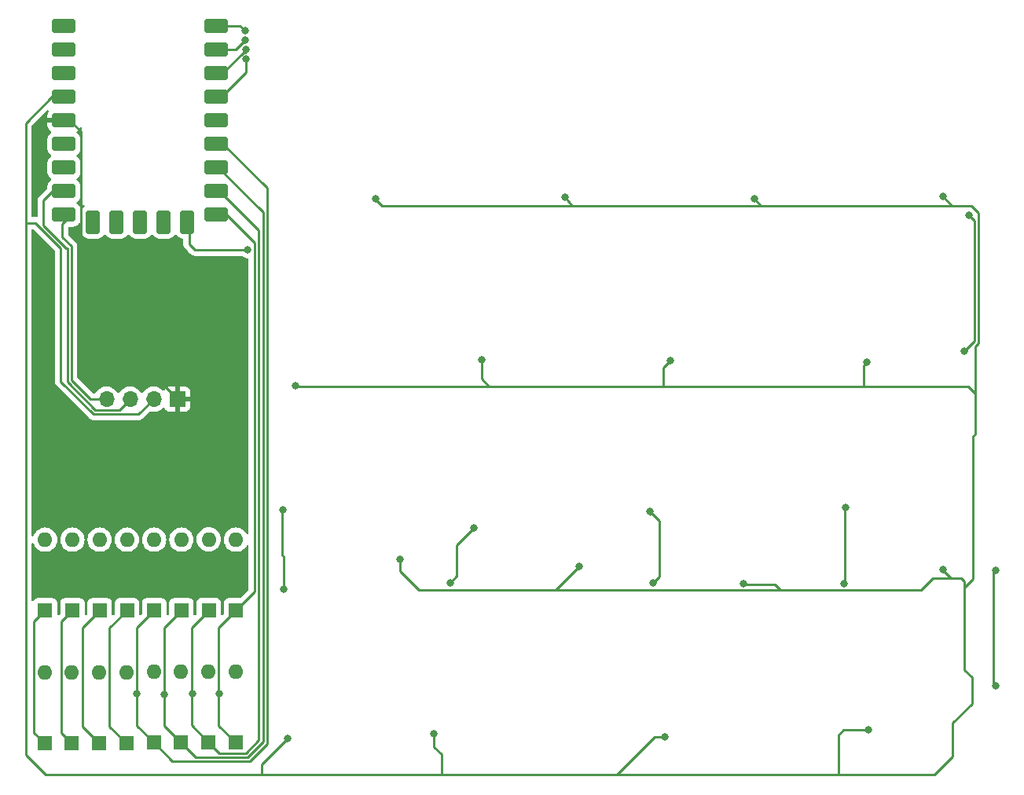
<source format=gbr>
%TF.GenerationSoftware,KiCad,Pcbnew,7.0.7*%
%TF.CreationDate,2023-09-24T17:48:37+02:00*%
%TF.ProjectId,pcb,7063622e-6b69-4636-9164-5f7063625858,rev?*%
%TF.SameCoordinates,Original*%
%TF.FileFunction,Copper,L1,Top*%
%TF.FilePolarity,Positive*%
%FSLAX46Y46*%
G04 Gerber Fmt 4.6, Leading zero omitted, Abs format (unit mm)*
G04 Created by KiCad (PCBNEW 7.0.7) date 2023-09-24 17:48:37*
%MOMM*%
%LPD*%
G01*
G04 APERTURE LIST*
G04 Aperture macros list*
%AMRoundRect*
0 Rectangle with rounded corners*
0 $1 Rounding radius*
0 $2 $3 $4 $5 $6 $7 $8 $9 X,Y pos of 4 corners*
0 Add a 4 corners polygon primitive as box body*
4,1,4,$2,$3,$4,$5,$6,$7,$8,$9,$2,$3,0*
0 Add four circle primitives for the rounded corners*
1,1,$1+$1,$2,$3*
1,1,$1+$1,$4,$5*
1,1,$1+$1,$6,$7*
1,1,$1+$1,$8,$9*
0 Add four rect primitives between the rounded corners*
20,1,$1+$1,$2,$3,$4,$5,0*
20,1,$1+$1,$4,$5,$6,$7,0*
20,1,$1+$1,$6,$7,$8,$9,0*
20,1,$1+$1,$8,$9,$2,$3,0*%
G04 Aperture macros list end*
%TA.AperFunction,ComponentPad*%
%ADD10RoundRect,0.400000X-0.900000X-0.400000X0.900000X-0.400000X0.900000X0.400000X-0.900000X0.400000X0*%
%TD*%
%TA.AperFunction,ComponentPad*%
%ADD11RoundRect,0.400050X-0.899950X-0.400050X0.899950X-0.400050X0.899950X0.400050X-0.899950X0.400050X0*%
%TD*%
%TA.AperFunction,ComponentPad*%
%ADD12RoundRect,0.400000X-0.400000X-0.900000X0.400000X-0.900000X0.400000X0.900000X-0.400000X0.900000X0*%
%TD*%
%TA.AperFunction,ComponentPad*%
%ADD13RoundRect,0.393700X-0.393700X-0.906300X0.393700X-0.906300X0.393700X0.906300X-0.393700X0.906300X0*%
%TD*%
%TA.AperFunction,ComponentPad*%
%ADD14O,1.600000X1.600000*%
%TD*%
%TA.AperFunction,ComponentPad*%
%ADD15R,1.600000X1.600000*%
%TD*%
%TA.AperFunction,ComponentPad*%
%ADD16O,1.700000X1.700000*%
%TD*%
%TA.AperFunction,ComponentPad*%
%ADD17R,1.700000X1.700000*%
%TD*%
%TA.AperFunction,ViaPad*%
%ADD18C,0.800000*%
%TD*%
%TA.AperFunction,Conductor*%
%ADD19C,0.250000*%
%TD*%
G04 APERTURE END LIST*
D10*
%TO.P,U1,1,0*%
%TO.N,/COL4*%
X82436029Y-76594177D03*
%TO.P,U1,2,1*%
%TO.N,/COL3*%
X82436029Y-79134177D03*
%TO.P,U1,3,2*%
%TO.N,/COL2*%
X82436029Y-81674177D03*
%TO.P,U1,4,3*%
%TO.N,/COL1*%
X82436029Y-84214177D03*
%TO.P,U1,5,4*%
%TO.N,unconnected-(U1-4-Pad5)*%
X82436029Y-86754177D03*
D11*
%TO.P,U1,6,5*%
%TO.N,/ROW1*%
X82436029Y-89294177D03*
%TO.P,U1,7,6*%
%TO.N,/ROW2*%
X82436029Y-91834177D03*
%TO.P,U1,8,7*%
%TO.N,/ROW3*%
X82436029Y-94374177D03*
%TO.P,U1,9,8*%
%TO.N,/ROW4*%
X82436029Y-96914177D03*
D12*
%TO.P,U1,10,9*%
%TO.N,/KEY_LEDS*%
X79296029Y-97724177D03*
D13*
%TO.P,U1,11,10*%
%TO.N,unconnected-(U1-10-Pad11)*%
X76756029Y-97724177D03*
%TO.P,U1,12,11*%
%TO.N,unconnected-(U1-11-Pad12)*%
X74216029Y-97724177D03*
%TO.P,U1,13,12*%
%TO.N,unconnected-(U1-12-Pad13)*%
X71676029Y-97724177D03*
%TO.P,U1,14,13*%
%TO.N,unconnected-(U1-13-Pad14)*%
X69136029Y-97724177D03*
D11*
%TO.P,U1,15,14*%
%TO.N,/SDA_OLED*%
X65996029Y-96914177D03*
%TO.P,U1,16,15*%
%TO.N,/SCL_OLED*%
X65996029Y-94374177D03*
%TO.P,U1,17,26*%
%TO.N,unconnected-(U1-26-Pad17)*%
X65996029Y-91834177D03*
%TO.P,U1,18,27*%
%TO.N,unconnected-(U1-27-Pad18)*%
X65996029Y-89294177D03*
%TO.P,U1,19,28*%
%TO.N,unconnected-(U1-28-Pad19)*%
X65996029Y-76594177D03*
%TO.P,U1,20,29*%
%TO.N,unconnected-(U1-29-Pad20)*%
X65996029Y-79134177D03*
%TO.P,U1,21,3V3*%
%TO.N,unconnected-(U1-3V3-Pad21)*%
X65996029Y-81674177D03*
%TO.P,U1,22,GND*%
%TO.N,GND*%
X65996029Y-86754177D03*
%TO.P,U1,23,5V*%
%TO.N,VCC*%
X65996029Y-84214177D03*
%TD*%
D14*
%TO.P,D2,2,A*%
%TO.N,Net-(D2-A)*%
X66913698Y-131953000D03*
D15*
%TO.P,D2,1,K*%
%TO.N,/ROW2*%
X66913698Y-139573000D03*
%TD*%
%TO.P,D7,1,K*%
%TO.N,/ROW3*%
X81601901Y-139540884D03*
D14*
%TO.P,D7,2,A*%
%TO.N,Net-(D7-A)*%
X81601901Y-131920884D03*
%TD*%
%TO.P,D1,2,A*%
%TO.N,Net-(D1-A)*%
X63977148Y-131953000D03*
D15*
%TO.P,D1,1,K*%
%TO.N,/ROW1*%
X63977148Y-139573000D03*
%TD*%
%TO.P,D9,1,K*%
%TO.N,/ROW1*%
X63912456Y-153890711D03*
D14*
%TO.P,D9,2,A*%
%TO.N,Net-(D9-A)*%
X63912456Y-146270711D03*
%TD*%
%TO.P,D16,2,A*%
%TO.N,Net-(D16-A)*%
X84480087Y-146206919D03*
D15*
%TO.P,D16,1,K*%
%TO.N,/ROW4*%
X84480087Y-153826919D03*
%TD*%
%TO.P,D13,1,K*%
%TO.N,/ROW1*%
X75670435Y-153826919D03*
D14*
%TO.P,D13,2,A*%
%TO.N,Net-(D13-A)*%
X75670435Y-146206919D03*
%TD*%
D15*
%TO.P,D5,1,K*%
%TO.N,/ROW1*%
X75723348Y-139573000D03*
D14*
%TO.P,D5,2,A*%
%TO.N,Net-(D5-A)*%
X75723348Y-131953000D03*
%TD*%
D15*
%TO.P,D15,1,K*%
%TO.N,/ROW3*%
X81548988Y-153794803D03*
D14*
%TO.P,D15,2,A*%
%TO.N,Net-(D15-A)*%
X81548988Y-146174803D03*
%TD*%
D15*
%TO.P,D3,1,K*%
%TO.N,/ROW3*%
X69850248Y-139573000D03*
D14*
%TO.P,D3,2,A*%
%TO.N,Net-(D3-A)*%
X69850248Y-131953000D03*
%TD*%
D16*
%TO.P,J1,4,SDA*%
%TO.N,/SDA_OLED*%
X70587982Y-116807570D03*
%TO.P,J1,3,SCL*%
%TO.N,/SCL_OLED*%
X73127982Y-116807570D03*
%TO.P,J1,2,VCC*%
%TO.N,VCC*%
X75667982Y-116807570D03*
D17*
%TO.P,J1,1,GND*%
%TO.N,GND*%
X78207982Y-116807570D03*
%TD*%
D15*
%TO.P,D11,1,K*%
%TO.N,/ROW3*%
X69785556Y-153890711D03*
D14*
%TO.P,D11,2,A*%
%TO.N,Net-(D11-A)*%
X69785556Y-146270711D03*
%TD*%
D15*
%TO.P,D6,1,K*%
%TO.N,/ROW2*%
X78659898Y-139573000D03*
D14*
%TO.P,D6,2,A*%
%TO.N,Net-(D6-A)*%
X78659898Y-131953000D03*
%TD*%
D15*
%TO.P,D10,1,K*%
%TO.N,/ROW2*%
X66849006Y-153890711D03*
D14*
%TO.P,D10,2,A*%
%TO.N,Net-(D10-A)*%
X66849006Y-146270711D03*
%TD*%
D15*
%TO.P,D14,1,K*%
%TO.N,/ROW2*%
X78606985Y-153826919D03*
D14*
%TO.P,D14,2,A*%
%TO.N,Net-(D14-A)*%
X78606985Y-146206919D03*
%TD*%
D15*
%TO.P,D4,1,K*%
%TO.N,/ROW4*%
X72786798Y-139573000D03*
D14*
%TO.P,D4,2,A*%
%TO.N,Net-(D4-A)*%
X72786798Y-131953000D03*
%TD*%
D15*
%TO.P,D12,1,K*%
%TO.N,/ROW4*%
X72725064Y-153890200D03*
D14*
%TO.P,D12,2,A*%
%TO.N,Net-(D12-A)*%
X72725064Y-146270200D03*
%TD*%
D15*
%TO.P,D8,1,K*%
%TO.N,/ROW4*%
X84533000Y-139573000D03*
D14*
%TO.P,D8,2,A*%
%TO.N,Net-(D8-A)*%
X84533000Y-131953000D03*
%TD*%
D18*
%TO.N,VCC*%
X152495700Y-112794566D03*
%TO.N,/ROW4*%
X82742294Y-148548432D03*
%TO.N,/ROW3*%
X79824172Y-148526325D03*
%TO.N,/ROW2*%
X76839730Y-148614753D03*
%TO.N,/ROW1*%
X73877395Y-148548432D03*
%TO.N,Net-(D12-A)*%
X150225453Y-128477507D03*
%TO.N,Net-(D11-A)*%
X129120585Y-128927744D03*
%TO.N,Net-(D10-A)*%
X110199373Y-130724766D03*
%TO.N,Net-(D9-A)*%
X89555993Y-128702626D03*
%TO.N,Net-(D12-A)*%
X150075943Y-136677401D03*
%TO.N,Net-(D11-A)*%
X129456520Y-136643399D03*
%TO.N,Net-(D10-A)*%
X107584635Y-136643399D03*
%TO.N,Net-(D9-A)*%
X89669760Y-137254155D03*
%TO.N,VCC*%
X160727883Y-94989410D03*
X140399004Y-95208972D03*
X119992631Y-95079818D03*
X99573344Y-95234803D03*
X131326986Y-112631206D03*
X110998106Y-112579544D03*
X90957672Y-115337707D03*
X160731480Y-135205492D03*
X139166486Y-136739443D03*
X121497591Y-134854888D03*
X102222398Y-134101725D03*
X90122044Y-153370336D03*
X105871049Y-152836988D03*
X130762677Y-153246403D03*
X152656113Y-152475135D03*
%TO.N,Net-(LED12-DOUT)*%
X166401500Y-147745875D03*
X166401500Y-135271769D03*
%TO.N,Net-(LED4-DOUT)*%
X162987009Y-111661488D03*
X163488557Y-96978494D03*
%TO.N,/KEY_LEDS*%
X85813478Y-100722528D03*
%TO.N,/COL1*%
X85617102Y-80179957D03*
%TO.N,/COL2*%
X85571602Y-79102386D03*
%TO.N,/COL3*%
X85541338Y-78103342D03*
%TO.N,/COL4*%
X85498899Y-77104741D03*
%TD*%
D19*
%TO.N,/SDA_OLED*%
X66802000Y-100334747D02*
X65820097Y-99352844D01*
X66802000Y-114772892D02*
X66802000Y-100334747D01*
X68836678Y-116807570D02*
X66802000Y-114772892D01*
X65820097Y-97882903D02*
X66802000Y-96901000D01*
X70587982Y-116807570D02*
X68836678Y-116807570D01*
X65820097Y-99352844D02*
X65820097Y-97882903D01*
%TO.N,GND*%
X67809235Y-95930198D02*
X67810424Y-87968572D01*
X67810424Y-87968572D02*
X66596029Y-86754177D01*
X67809235Y-106408823D02*
X67809235Y-95930198D01*
X78207982Y-116807570D02*
X67809235Y-106408823D01*
%TO.N,/ROW1*%
X77695203Y-155851687D02*
X75670435Y-153826919D01*
X86019823Y-155851687D02*
X77695203Y-155851687D01*
X87888478Y-94038655D02*
X87888478Y-153983032D01*
X83106084Y-89256261D02*
X87888478Y-94038655D01*
X87888478Y-153983032D02*
X86019823Y-155851687D01*
X81983495Y-89256261D02*
X83106084Y-89256261D01*
%TO.N,/ROW4*%
X86538478Y-137567522D02*
X84533000Y-139573000D01*
X86538478Y-99932433D02*
X86538478Y-137567522D01*
X83482306Y-96876261D02*
X86538478Y-99932433D01*
X81983495Y-96876261D02*
X83482306Y-96876261D01*
%TO.N,/ROW2*%
X87438478Y-153754924D02*
X85791715Y-155401687D01*
X80181753Y-155401687D02*
X78606985Y-153826919D01*
X82584395Y-91796261D02*
X87438478Y-96650344D01*
X81983495Y-91796261D02*
X82584395Y-91796261D01*
X87438478Y-96650344D02*
X87438478Y-153754924D01*
X85791715Y-155401687D02*
X80181753Y-155401687D01*
%TO.N,/ROW3*%
X82705872Y-154951687D02*
X81548988Y-153794803D01*
X85605319Y-154951687D02*
X82705872Y-154951687D01*
X86988478Y-153568528D02*
X85605319Y-154951687D01*
X86988478Y-98574261D02*
X86988478Y-153568528D01*
X82750478Y-94336261D02*
X86988478Y-98574261D01*
X81983495Y-94336261D02*
X82750478Y-94336261D01*
%TO.N,VCC*%
X163406876Y-115414483D02*
X111811778Y-115414483D01*
X164167937Y-116175544D02*
X163406876Y-115414483D01*
X164167937Y-116780550D02*
X164167937Y-116175544D01*
%TO.N,Net-(D10-A)*%
X108344016Y-135884018D02*
X107584635Y-136643399D01*
X110199373Y-130724766D02*
X108344016Y-132580123D01*
X108344016Y-132580123D02*
X108344016Y-135884018D01*
%TO.N,VCC*%
X99573344Y-95312295D02*
X99573344Y-95234803D01*
X122072015Y-95980670D02*
X100241719Y-95980670D01*
X100241719Y-95980670D02*
X99573344Y-95312295D01*
X105871049Y-154318263D02*
X106666704Y-155113918D01*
X106666704Y-155113918D02*
X106666704Y-157308228D01*
X105871049Y-152836988D02*
X105871049Y-154318263D01*
X129597966Y-153246403D02*
X125536141Y-157308228D01*
X130762677Y-153246403D02*
X129597966Y-153246403D01*
X149985121Y-152472633D02*
X149453087Y-153004667D01*
X149453087Y-153004667D02*
X149453087Y-157308228D01*
X152656113Y-152475135D02*
X152653611Y-152472633D01*
X152653611Y-152472633D02*
X149985121Y-152472633D01*
X121497591Y-134854888D02*
X118984580Y-137367899D01*
X118984580Y-137367899D02*
X118433689Y-137367899D01*
X102222398Y-134101725D02*
X102222398Y-135370801D01*
X102222398Y-135370801D02*
X104219496Y-137367899D01*
X104219496Y-137367899D02*
X141398912Y-137367899D01*
%TO.N,Net-(D9-A)*%
X89525509Y-128733110D02*
X89555993Y-128702626D01*
X89525509Y-133615944D02*
X89525509Y-128733110D01*
X89669760Y-133760195D02*
X89525509Y-133615944D01*
X89669760Y-137254155D02*
X89669760Y-133760195D01*
%TO.N,Net-(D11-A)*%
X130141256Y-129948415D02*
X129120585Y-128927744D01*
X129456520Y-136643399D02*
X130141256Y-135958663D01*
X130141256Y-135958663D02*
X130141256Y-129948415D01*
%TO.N,VCC*%
X143753277Y-137401901D02*
X141432914Y-137401901D01*
X141965045Y-137367899D02*
X141398912Y-137367899D01*
X141432914Y-137401901D02*
X141398912Y-137367899D01*
X143753277Y-137401901D02*
X158347971Y-137401901D01*
X143218163Y-137401901D02*
X143753277Y-137401901D01*
X158347971Y-137401901D02*
X159635091Y-136114781D01*
X159635091Y-136114781D02*
X162642963Y-136114781D01*
X142565085Y-136748823D02*
X143218163Y-137401901D01*
X139175866Y-136748823D02*
X142565085Y-136748823D01*
X139166486Y-136739443D02*
X139175866Y-136748823D01*
X139166486Y-136739443D02*
X139166486Y-136738661D01*
%TO.N,Net-(D12-A)*%
X150075943Y-136677401D02*
X150131654Y-136621690D01*
X150131654Y-128547857D02*
X150202004Y-128477507D01*
X150131654Y-136621690D02*
X150131654Y-128547857D01*
%TO.N,VCC*%
X162988702Y-145980935D02*
X162988702Y-137610175D01*
X163810000Y-146802233D02*
X162988702Y-145980935D01*
X161738106Y-155363464D02*
X161738106Y-151707261D01*
X161738106Y-151707261D02*
X163810000Y-149635367D01*
X163810000Y-149635367D02*
X163810000Y-146802233D01*
X150477366Y-157308228D02*
X159793342Y-157308228D01*
X159793342Y-157308228D02*
X161738106Y-155363464D01*
X163795084Y-95980670D02*
X161903187Y-95980670D01*
X164167937Y-111136329D02*
X164541277Y-110762989D01*
X164541277Y-110762989D02*
X164541277Y-96726863D01*
X164167937Y-120592200D02*
X164167937Y-111136329D01*
X162988702Y-137141179D02*
X163945456Y-136184425D01*
X162988702Y-137610175D02*
X162988702Y-137141179D01*
X163945456Y-136184425D02*
X163945456Y-120814681D01*
X164541277Y-96726863D02*
X163795084Y-95980670D01*
X163945456Y-120814681D02*
X164167937Y-120592200D01*
X162988702Y-137610175D02*
X162988702Y-136460520D01*
X162988702Y-136460520D02*
X162642963Y-136114781D01*
%TO.N,Net-(LED12-DOUT)*%
X166127000Y-135546269D02*
X166401500Y-135271769D01*
X166401500Y-147745875D02*
X166127000Y-147471375D01*
X166127000Y-147471375D02*
X166127000Y-135546269D01*
%TO.N,VCC*%
X64722709Y-84214177D02*
X66596029Y-84214177D01*
X61880632Y-87056254D02*
X64722709Y-84214177D01*
X61880632Y-87056254D02*
X61880632Y-97792850D01*
X61880632Y-97792850D02*
X61864581Y-97808901D01*
%TO.N,/COL1*%
X82964755Y-84214177D02*
X82055177Y-84214177D01*
X82055177Y-84214177D02*
X82042000Y-84201000D01*
X85617102Y-81561830D02*
X82964755Y-84214177D01*
X85617102Y-80179957D02*
X85617102Y-81561830D01*
%TO.N,/COL2*%
X83110754Y-81661000D02*
X82042000Y-81661000D01*
X85571602Y-79385308D02*
X85501953Y-79454957D01*
X85501953Y-79454957D02*
X85316797Y-79454957D01*
X85316797Y-79454957D02*
X83110754Y-81661000D01*
X85571602Y-79102386D02*
X85571602Y-79385308D01*
%TO.N,/COL3*%
X84510503Y-79134177D02*
X82028823Y-79134177D01*
X82028823Y-79134177D02*
X82320076Y-78842924D01*
X85541338Y-78103342D02*
X84510503Y-79134177D01*
%TO.N,/COL4*%
X84975158Y-76581000D02*
X82042000Y-76581000D01*
X85498899Y-77104741D02*
X84975158Y-76581000D01*
%TO.N,VCC*%
X152495700Y-112794566D02*
X152129706Y-113160560D01*
X152129706Y-113160560D02*
X152129706Y-115414483D01*
X152495700Y-112794566D02*
X152624658Y-112665608D01*
%TO.N,/ROW4*%
X82673988Y-148616738D02*
X82673988Y-152020820D01*
X82742294Y-148548432D02*
X82673988Y-148616738D01*
X82673988Y-148480126D02*
X82742294Y-148548432D01*
%TO.N,/ROW3*%
X79731985Y-148618512D02*
X79731985Y-151977800D01*
X79824172Y-148526325D02*
X79731985Y-148618512D01*
X79731985Y-148434138D02*
X79824172Y-148526325D01*
%TO.N,/ROW2*%
X76795435Y-148659048D02*
X76795435Y-152015369D01*
X76839730Y-148614753D02*
X76795435Y-148659048D01*
X76795435Y-148570458D02*
X76839730Y-148614753D01*
%TO.N,/ROW1*%
X73850064Y-148575763D02*
X73850064Y-152006548D01*
X73877395Y-148548432D02*
X73850064Y-148575763D01*
X73850064Y-148521101D02*
X73877395Y-148548432D01*
%TO.N,/KEY_LEDS*%
X80130117Y-100722528D02*
X79502000Y-100094411D01*
X79502000Y-100094411D02*
X79502000Y-96901000D01*
X85813478Y-100722528D02*
X80130117Y-100722528D01*
%TO.N,/ROW4*%
X82673988Y-141432012D02*
X82673988Y-148480126D01*
X84533000Y-139573000D02*
X82673988Y-141432012D01*
X82673988Y-152020820D02*
X84480087Y-153826919D01*
%TO.N,/ROW3*%
X79731985Y-151977800D02*
X81548988Y-153794803D01*
X79731985Y-141410800D02*
X79731985Y-148434138D01*
X81601901Y-139540884D02*
X79731985Y-141410800D01*
%TO.N,/ROW2*%
X76795435Y-152015369D02*
X78606985Y-153826919D01*
X76795435Y-141437463D02*
X76795435Y-148570458D01*
X78659898Y-139573000D02*
X76795435Y-141437463D01*
%TO.N,/ROW1*%
X73850064Y-152006548D02*
X75670435Y-153826919D01*
X73850064Y-141446284D02*
X73850064Y-148521101D01*
X75723348Y-139573000D02*
X73850064Y-141446284D01*
%TO.N,/ROW4*%
X70910556Y-152075692D02*
X72725064Y-153890200D01*
X70910556Y-141449242D02*
X70910556Y-152075692D01*
X72786798Y-139573000D02*
X70910556Y-141449242D01*
%TO.N,/ROW3*%
X67974006Y-152079161D02*
X69785556Y-153890711D01*
X67974006Y-141449242D02*
X67974006Y-152079161D01*
X69850248Y-139573000D02*
X67974006Y-141449242D01*
%TO.N,/ROW2*%
X65724006Y-140762692D02*
X65724006Y-152765711D01*
X66913698Y-139573000D02*
X65724006Y-140762692D01*
X65724006Y-152765711D02*
X66849006Y-153890711D01*
%TO.N,/ROW1*%
X62787456Y-152765711D02*
X63912456Y-153890711D01*
X62787456Y-140762692D02*
X62787456Y-152765711D01*
X63977148Y-139573000D02*
X62787456Y-140762692D01*
%TO.N,Net-(D12-A)*%
X150225453Y-128454058D02*
X150202004Y-128477507D01*
X150225453Y-128477507D02*
X150225453Y-128454058D01*
X150202004Y-128477507D02*
X150225453Y-128477507D01*
%TO.N,Net-(D11-A)*%
X129120585Y-128927744D02*
X129097136Y-129209143D01*
%TO.N,Net-(D9-A)*%
X89525509Y-128672142D02*
X89525509Y-128662761D01*
X89555993Y-128702626D02*
X89525509Y-128672142D01*
X89525509Y-128662761D02*
X89527854Y-128660416D01*
%TO.N,/SCL_OLED*%
X64812932Y-94361000D02*
X66802000Y-94361000D01*
X66266434Y-100521143D02*
X63796358Y-98051067D01*
X66352000Y-100521143D02*
X66266434Y-100521143D01*
X66352000Y-114959288D02*
X66352000Y-100521143D01*
X63796358Y-95377574D02*
X64812932Y-94361000D01*
X69375282Y-117982570D02*
X66352000Y-114959288D01*
X71952982Y-117982570D02*
X69375282Y-117982570D01*
X73127982Y-116807570D02*
X71952982Y-117982570D01*
X63796358Y-98051067D02*
X63796358Y-95377574D01*
%TO.N,VCC*%
X160727883Y-94989410D02*
X160663306Y-94976495D01*
X161667482Y-95980670D02*
X160727883Y-94989410D01*
X161903187Y-95980670D02*
X161667482Y-95980670D01*
X161903187Y-95980670D02*
X142581711Y-95980670D01*
X140399004Y-95208972D02*
X140373172Y-95299381D01*
X141054462Y-95980670D02*
X140399004Y-95208972D01*
X142581711Y-95980670D02*
X141054462Y-95980670D01*
X142581711Y-95980670D02*
X122072015Y-95980670D01*
X119992631Y-95079818D02*
X120005547Y-95221887D01*
X120764330Y-95980670D02*
X119992631Y-95079818D01*
X122072015Y-95980670D02*
X120764330Y-95980670D01*
X99495852Y-95234803D02*
X99508767Y-95247718D01*
X99573344Y-95234803D02*
X99495852Y-95234803D01*
%TO.N,Net-(LED4-DOUT)*%
X164091277Y-110576593D02*
X163006382Y-111661488D01*
X164091277Y-97581214D02*
X164091277Y-110576593D01*
X163488557Y-96978494D02*
X164091277Y-97581214D01*
X163006382Y-111661488D02*
X162987009Y-111661488D01*
%TO.N,VCC*%
X65669745Y-100560850D02*
X62917796Y-97808901D01*
X61864581Y-97808901D02*
X61864581Y-155160364D01*
X62917796Y-97808901D02*
X61864581Y-97808901D01*
X65669745Y-114913429D02*
X65669745Y-100560850D01*
X69188886Y-118432570D02*
X65669745Y-114913429D01*
X74042982Y-118432570D02*
X69188886Y-118432570D01*
X75667982Y-116807570D02*
X74042982Y-118432570D01*
X130581298Y-113376894D02*
X130581298Y-115414483D01*
X131326986Y-112631206D02*
X130581298Y-113376894D01*
X110998106Y-112579544D02*
X110972275Y-112605375D01*
X110972275Y-114574980D02*
X110998106Y-112579544D01*
X111811778Y-115414483D02*
X110972275Y-114574980D01*
X111811778Y-115414483D02*
X91145665Y-115414483D01*
X90992113Y-115414483D02*
X91068889Y-115414483D01*
X90957672Y-115337707D02*
X90992113Y-115414483D01*
X91145665Y-115414483D02*
X90957672Y-115337707D01*
X160666903Y-135205492D02*
X160705649Y-135244238D01*
X160731480Y-135205492D02*
X160666903Y-135205492D01*
X160731480Y-135270069D02*
X160731480Y-135205492D01*
X162642963Y-136114781D02*
X161576192Y-136114781D01*
X161576192Y-136114781D02*
X160731480Y-135270069D01*
X90122044Y-153370336D02*
X87293566Y-156198814D01*
X87293566Y-156198814D02*
X87293566Y-157308228D01*
X87293566Y-157308228D02*
X90066688Y-157308228D01*
X64012445Y-157308228D02*
X87293566Y-157308228D01*
X106666704Y-157308228D02*
X109256067Y-157308228D01*
X90066688Y-157308228D02*
X106666704Y-157308228D01*
X125536141Y-157308228D02*
X130498085Y-157308228D01*
X109256067Y-157308228D02*
X125536141Y-157308228D01*
X149453087Y-157308228D02*
X150477366Y-157308228D01*
X130498085Y-157308228D02*
X149453087Y-157308228D01*
X150477366Y-157308228D02*
X151420772Y-157308228D01*
%TO.N,Net-(LED4-DOUT)*%
X162987009Y-111680861D02*
X162987009Y-111680861D01*
X162987009Y-111661488D02*
X162987009Y-111680861D01*
%TO.N,/SCL_OLED*%
X66802000Y-94380720D02*
X66802000Y-94341280D01*
%TO.N,VCC*%
X61864581Y-155160364D02*
X64012445Y-157308228D01*
X90066688Y-157308228D02*
X90460772Y-157308228D01*
%TO.N,/SDA_OLED*%
X66802000Y-97153604D02*
X66802000Y-96881280D01*
X70637129Y-116783499D02*
X70563911Y-116783499D01*
%TO.N,unconnected-(U1-10-Pad11)*%
X76962000Y-97672305D02*
X76962000Y-96901000D01*
%TD*%
%TA.AperFunction,Conductor*%
%TO.N,GND*%
G36*
X67806551Y-97862173D02*
G01*
X67838180Y-97925735D01*
X67840129Y-97947812D01*
X67840130Y-98693628D01*
X67846327Y-98772387D01*
X67894332Y-98951546D01*
X67895413Y-98955578D01*
X67981511Y-99124556D01*
X67981513Y-99124558D01*
X67981513Y-99124559D01*
X68100862Y-99271943D01*
X68248246Y-99391292D01*
X68248247Y-99391292D01*
X68248249Y-99391294D01*
X68417228Y-99477393D01*
X68600416Y-99526478D01*
X68669497Y-99531914D01*
X68679177Y-99532677D01*
X68679179Y-99532676D01*
X68679180Y-99532677D01*
X69135018Y-99532676D01*
X69592880Y-99532676D01*
X69632259Y-99529577D01*
X69671642Y-99526478D01*
X69854830Y-99477393D01*
X70023809Y-99391294D01*
X70171195Y-99271943D01*
X70290546Y-99124557D01*
X70293762Y-99118244D01*
X70342509Y-99066630D01*
X70411424Y-99049563D01*
X70478626Y-99072463D01*
X70518296Y-99118245D01*
X70521511Y-99124555D01*
X70521513Y-99124559D01*
X70640862Y-99271943D01*
X70788246Y-99391292D01*
X70788247Y-99391292D01*
X70788249Y-99391294D01*
X70957228Y-99477393D01*
X71140416Y-99526478D01*
X71209497Y-99531914D01*
X71219177Y-99532677D01*
X71219179Y-99532676D01*
X71219180Y-99532677D01*
X71677269Y-99532676D01*
X72132880Y-99532676D01*
X72172259Y-99529577D01*
X72211642Y-99526478D01*
X72394830Y-99477393D01*
X72563809Y-99391294D01*
X72711195Y-99271943D01*
X72830546Y-99124557D01*
X72833762Y-99118244D01*
X72882509Y-99066630D01*
X72951424Y-99049563D01*
X73018626Y-99072463D01*
X73058296Y-99118245D01*
X73061511Y-99124555D01*
X73061513Y-99124559D01*
X73180862Y-99271943D01*
X73328246Y-99391292D01*
X73328247Y-99391292D01*
X73328249Y-99391294D01*
X73497228Y-99477393D01*
X73680416Y-99526478D01*
X73749497Y-99531914D01*
X73759177Y-99532677D01*
X73759179Y-99532676D01*
X73759180Y-99532677D01*
X74214058Y-99532676D01*
X74672880Y-99532676D01*
X74712259Y-99529577D01*
X74751642Y-99526478D01*
X74934830Y-99477393D01*
X75103809Y-99391294D01*
X75251195Y-99271943D01*
X75370546Y-99124557D01*
X75373759Y-99118250D01*
X75422501Y-99066634D01*
X75491415Y-99049562D01*
X75558618Y-99072458D01*
X75598292Y-99118238D01*
X75601511Y-99124556D01*
X75601513Y-99124559D01*
X75720862Y-99271943D01*
X75868246Y-99391292D01*
X75868247Y-99391292D01*
X75868249Y-99391294D01*
X76037228Y-99477393D01*
X76220416Y-99526478D01*
X76289497Y-99531914D01*
X76299177Y-99532677D01*
X76299179Y-99532676D01*
X76299180Y-99532677D01*
X76756309Y-99532676D01*
X77212880Y-99532676D01*
X77252259Y-99529577D01*
X77291642Y-99526478D01*
X77474830Y-99477393D01*
X77643809Y-99391294D01*
X77791195Y-99271943D01*
X77910546Y-99124557D01*
X77910548Y-99124551D01*
X77914140Y-99119022D01*
X77916123Y-99120310D01*
X77957433Y-99076543D01*
X78026343Y-99059455D01*
X78093552Y-99082334D01*
X78126662Y-99116721D01*
X78129902Y-99121711D01*
X78250083Y-99270122D01*
X78398491Y-99390300D01*
X78398494Y-99390302D01*
X78398499Y-99390306D01*
X78568658Y-99477006D01*
X78753125Y-99526434D01*
X78753135Y-99526434D01*
X78758813Y-99527411D01*
X78758584Y-99528738D01*
X78818726Y-99551659D01*
X78860866Y-99608797D01*
X78868500Y-99651987D01*
X78868500Y-100010557D01*
X78866751Y-100026399D01*
X78867044Y-100026427D01*
X78866298Y-100034318D01*
X78868500Y-100104368D01*
X78868500Y-100134262D01*
X78868501Y-100134283D01*
X78869378Y-100141231D01*
X78869844Y-100147143D01*
X78871326Y-100194299D01*
X78871327Y-100194304D01*
X78876977Y-100213750D01*
X78880986Y-100233108D01*
X78883525Y-100253204D01*
X78883526Y-100253210D01*
X78900893Y-100297073D01*
X78902816Y-100302690D01*
X78915982Y-100348004D01*
X78926294Y-100365442D01*
X78934988Y-100383190D01*
X78942444Y-100402020D01*
X78942450Y-100402031D01*
X78970177Y-100440194D01*
X78973437Y-100445157D01*
X78997460Y-100485776D01*
X79011779Y-100500095D01*
X79024617Y-100515125D01*
X79034156Y-100528254D01*
X79036528Y-100531518D01*
X79064794Y-100554902D01*
X79072886Y-100561596D01*
X79077267Y-100565582D01*
X79360345Y-100848660D01*
X79622870Y-101111185D01*
X79632837Y-101123625D01*
X79633064Y-101123438D01*
X79638116Y-101129545D01*
X79638117Y-101129546D01*
X79689212Y-101177527D01*
X79710348Y-101198663D01*
X79715887Y-101202959D01*
X79720399Y-101206813D01*
X79754795Y-101239113D01*
X79754799Y-101239116D01*
X79772547Y-101248873D01*
X79789074Y-101259729D01*
X79805077Y-101272142D01*
X79848376Y-101290879D01*
X79853702Y-101293488D01*
X79895052Y-101316221D01*
X79895055Y-101316222D01*
X79895057Y-101316223D01*
X79914679Y-101321261D01*
X79933380Y-101327663D01*
X79945931Y-101333095D01*
X79951969Y-101335708D01*
X79951970Y-101335708D01*
X79951972Y-101335709D01*
X79998594Y-101343092D01*
X80004379Y-101344291D01*
X80050087Y-101356028D01*
X80070341Y-101356028D01*
X80090051Y-101357579D01*
X80092258Y-101357928D01*
X80110060Y-101360748D01*
X80143987Y-101357540D01*
X80157034Y-101356308D01*
X80162967Y-101356028D01*
X85105278Y-101356028D01*
X85173399Y-101376030D01*
X85198915Y-101397718D01*
X85202225Y-101401394D01*
X85356726Y-101513646D01*
X85531190Y-101591322D01*
X85717991Y-101631028D01*
X85778978Y-101631028D01*
X85847099Y-101651030D01*
X85893592Y-101704686D01*
X85904978Y-101757028D01*
X85904978Y-131232100D01*
X85884976Y-131300221D01*
X85831320Y-131346714D01*
X85761046Y-131356818D01*
X85696466Y-131327324D01*
X85674218Y-131300380D01*
X85673679Y-131300758D01*
X85539200Y-131108703D01*
X85539195Y-131108697D01*
X85377302Y-130946804D01*
X85377296Y-130946799D01*
X85189749Y-130815477D01*
X84982246Y-130718717D01*
X84982240Y-130718715D01*
X84862385Y-130686600D01*
X84761087Y-130659457D01*
X84533000Y-130639502D01*
X84532999Y-130639502D01*
X84304913Y-130659457D01*
X84083759Y-130718715D01*
X84083753Y-130718717D01*
X83876250Y-130815477D01*
X83688703Y-130946799D01*
X83688697Y-130946804D01*
X83526804Y-131108697D01*
X83526799Y-131108703D01*
X83395477Y-131296250D01*
X83298717Y-131503753D01*
X83298715Y-131503759D01*
X83239457Y-131724913D01*
X83226913Y-131868297D01*
X83219502Y-131953000D01*
X83239457Y-132181087D01*
X83259284Y-132255081D01*
X83298715Y-132402240D01*
X83298717Y-132402246D01*
X83380501Y-132577633D01*
X83395477Y-132609749D01*
X83526802Y-132797300D01*
X83688700Y-132959198D01*
X83876251Y-133090523D01*
X84083757Y-133187284D01*
X84304913Y-133246543D01*
X84533000Y-133266498D01*
X84761087Y-133246543D01*
X84982243Y-133187284D01*
X85189749Y-133090523D01*
X85377300Y-132959198D01*
X85539198Y-132797300D01*
X85670523Y-132609749D01*
X85670522Y-132609749D01*
X85673679Y-132605242D01*
X85674899Y-132606096D01*
X85721229Y-132561912D01*
X85790941Y-132548468D01*
X85856855Y-132574848D01*
X85898043Y-132632675D01*
X85904978Y-132673899D01*
X85904978Y-137252927D01*
X85884976Y-137321048D01*
X85868073Y-137342022D01*
X84982500Y-138227595D01*
X84920188Y-138261621D01*
X84893405Y-138264500D01*
X83684350Y-138264500D01*
X83623803Y-138271009D01*
X83623795Y-138271011D01*
X83486797Y-138322110D01*
X83486792Y-138322112D01*
X83369738Y-138409738D01*
X83282112Y-138526792D01*
X83282110Y-138526797D01*
X83231011Y-138663795D01*
X83231009Y-138663803D01*
X83224500Y-138724350D01*
X83224499Y-138724367D01*
X83224500Y-139933405D01*
X83204498Y-140001526D01*
X83187595Y-140022500D01*
X83125496Y-140084599D01*
X83063184Y-140118625D01*
X82992369Y-140113560D01*
X82935533Y-140071013D01*
X82910722Y-140004493D01*
X82910401Y-139995504D01*
X82910401Y-138692251D01*
X82910400Y-138692234D01*
X82903891Y-138631687D01*
X82903889Y-138631679D01*
X82852790Y-138494681D01*
X82852788Y-138494676D01*
X82765162Y-138377622D01*
X82648108Y-138289996D01*
X82648103Y-138289994D01*
X82511105Y-138238895D01*
X82511097Y-138238893D01*
X82450550Y-138232384D01*
X82450539Y-138232384D01*
X80753263Y-138232384D01*
X80753251Y-138232384D01*
X80692704Y-138238893D01*
X80692696Y-138238895D01*
X80555698Y-138289994D01*
X80555693Y-138289996D01*
X80438639Y-138377622D01*
X80351013Y-138494676D01*
X80351011Y-138494681D01*
X80299912Y-138631679D01*
X80299910Y-138631687D01*
X80293401Y-138692234D01*
X80293401Y-139901289D01*
X80273399Y-139969410D01*
X80256496Y-139990384D01*
X80183493Y-140063387D01*
X80121181Y-140097413D01*
X80050366Y-140092348D01*
X79993530Y-140049801D01*
X79968719Y-139983281D01*
X79968398Y-139974292D01*
X79968398Y-138724367D01*
X79968397Y-138724350D01*
X79961888Y-138663803D01*
X79961886Y-138663795D01*
X79932822Y-138585875D01*
X79910787Y-138526796D01*
X79910786Y-138526794D01*
X79910785Y-138526792D01*
X79823159Y-138409738D01*
X79706105Y-138322112D01*
X79706100Y-138322110D01*
X79569102Y-138271011D01*
X79569094Y-138271009D01*
X79508547Y-138264500D01*
X79508536Y-138264500D01*
X77811260Y-138264500D01*
X77811248Y-138264500D01*
X77750701Y-138271009D01*
X77750693Y-138271011D01*
X77613695Y-138322110D01*
X77613690Y-138322112D01*
X77496636Y-138409738D01*
X77409010Y-138526792D01*
X77409008Y-138526797D01*
X77357909Y-138663795D01*
X77357907Y-138663803D01*
X77351398Y-138724350D01*
X77351398Y-139933405D01*
X77331396Y-140001526D01*
X77314493Y-140022500D01*
X77246943Y-140090050D01*
X77184631Y-140124076D01*
X77113816Y-140119011D01*
X77056980Y-140076464D01*
X77032169Y-140009944D01*
X77031848Y-140000955D01*
X77031848Y-138724367D01*
X77031847Y-138724350D01*
X77025338Y-138663803D01*
X77025336Y-138663795D01*
X76996272Y-138585875D01*
X76974237Y-138526796D01*
X76974236Y-138526794D01*
X76974235Y-138526792D01*
X76886609Y-138409738D01*
X76769555Y-138322112D01*
X76769550Y-138322110D01*
X76632552Y-138271011D01*
X76632544Y-138271009D01*
X76571997Y-138264500D01*
X76571986Y-138264500D01*
X74874710Y-138264500D01*
X74874698Y-138264500D01*
X74814151Y-138271009D01*
X74814143Y-138271011D01*
X74677145Y-138322110D01*
X74677140Y-138322112D01*
X74560086Y-138409738D01*
X74472460Y-138526792D01*
X74472458Y-138526797D01*
X74421359Y-138663795D01*
X74421357Y-138663803D01*
X74414848Y-138724350D01*
X74414848Y-139933405D01*
X74394846Y-140001526D01*
X74377943Y-140022500D01*
X74310393Y-140090050D01*
X74248081Y-140124076D01*
X74177266Y-140119011D01*
X74120430Y-140076464D01*
X74095619Y-140009944D01*
X74095298Y-140000955D01*
X74095298Y-138724367D01*
X74095297Y-138724350D01*
X74088788Y-138663803D01*
X74088786Y-138663795D01*
X74059722Y-138585875D01*
X74037687Y-138526796D01*
X74037686Y-138526794D01*
X74037685Y-138526792D01*
X73950059Y-138409738D01*
X73833005Y-138322112D01*
X73833000Y-138322110D01*
X73696002Y-138271011D01*
X73695994Y-138271009D01*
X73635447Y-138264500D01*
X73635436Y-138264500D01*
X71938160Y-138264500D01*
X71938148Y-138264500D01*
X71877601Y-138271009D01*
X71877593Y-138271011D01*
X71740595Y-138322110D01*
X71740590Y-138322112D01*
X71623536Y-138409738D01*
X71535910Y-138526792D01*
X71535908Y-138526797D01*
X71484809Y-138663795D01*
X71484807Y-138663803D01*
X71478298Y-138724350D01*
X71478298Y-139933405D01*
X71458296Y-140001526D01*
X71441393Y-140022500D01*
X71373843Y-140090050D01*
X71311531Y-140124076D01*
X71240716Y-140119011D01*
X71183880Y-140076464D01*
X71159069Y-140009944D01*
X71158748Y-140000955D01*
X71158748Y-138724367D01*
X71158747Y-138724350D01*
X71152238Y-138663803D01*
X71152236Y-138663795D01*
X71123172Y-138585875D01*
X71101137Y-138526796D01*
X71101136Y-138526794D01*
X71101135Y-138526792D01*
X71013509Y-138409738D01*
X70896455Y-138322112D01*
X70896450Y-138322110D01*
X70759452Y-138271011D01*
X70759444Y-138271009D01*
X70698897Y-138264500D01*
X70698886Y-138264500D01*
X69001610Y-138264500D01*
X69001598Y-138264500D01*
X68941051Y-138271009D01*
X68941043Y-138271011D01*
X68804045Y-138322110D01*
X68804040Y-138322112D01*
X68686986Y-138409738D01*
X68599360Y-138526792D01*
X68599358Y-138526797D01*
X68548259Y-138663795D01*
X68548257Y-138663803D01*
X68541748Y-138724350D01*
X68541748Y-139933405D01*
X68521746Y-140001526D01*
X68504847Y-140022495D01*
X68463956Y-140063387D01*
X68437293Y-140090050D01*
X68374980Y-140124075D01*
X68304165Y-140119009D01*
X68247329Y-140076462D01*
X68222519Y-140009942D01*
X68222198Y-140000954D01*
X68222198Y-138724367D01*
X68222197Y-138724350D01*
X68215688Y-138663803D01*
X68215686Y-138663795D01*
X68186622Y-138585875D01*
X68164587Y-138526796D01*
X68164586Y-138526794D01*
X68164585Y-138526792D01*
X68076959Y-138409738D01*
X67959905Y-138322112D01*
X67959900Y-138322110D01*
X67822902Y-138271011D01*
X67822894Y-138271009D01*
X67762347Y-138264500D01*
X67762336Y-138264500D01*
X66065060Y-138264500D01*
X66065048Y-138264500D01*
X66004501Y-138271009D01*
X66004493Y-138271011D01*
X65867495Y-138322110D01*
X65867490Y-138322112D01*
X65750436Y-138409738D01*
X65662810Y-138526792D01*
X65662808Y-138526797D01*
X65611709Y-138663795D01*
X65611707Y-138663803D01*
X65605198Y-138724350D01*
X65605197Y-138724367D01*
X65605198Y-139933403D01*
X65585196Y-140001524D01*
X65568293Y-140022498D01*
X65500743Y-140090048D01*
X65438431Y-140124074D01*
X65367616Y-140119009D01*
X65310780Y-140076462D01*
X65285969Y-140009942D01*
X65285648Y-140000953D01*
X65285648Y-138724367D01*
X65285647Y-138724350D01*
X65279138Y-138663803D01*
X65279136Y-138663795D01*
X65250072Y-138585875D01*
X65228037Y-138526796D01*
X65228036Y-138526794D01*
X65228035Y-138526792D01*
X65140409Y-138409738D01*
X65023355Y-138322112D01*
X65023350Y-138322110D01*
X64886352Y-138271011D01*
X64886344Y-138271009D01*
X64825797Y-138264500D01*
X64825786Y-138264500D01*
X63128510Y-138264500D01*
X63128498Y-138264500D01*
X63067951Y-138271009D01*
X63067943Y-138271011D01*
X62930945Y-138322110D01*
X62930940Y-138322112D01*
X62813886Y-138409738D01*
X62724949Y-138528545D01*
X62668113Y-138571092D01*
X62597297Y-138576156D01*
X62534985Y-138542131D01*
X62500960Y-138479819D01*
X62498081Y-138453036D01*
X62498081Y-132444289D01*
X62518083Y-132376168D01*
X62571739Y-132329675D01*
X62642013Y-132319571D01*
X62706593Y-132349065D01*
X62739957Y-132397528D01*
X62740539Y-132397257D01*
X62742152Y-132400716D01*
X62742483Y-132401197D01*
X62742862Y-132402239D01*
X62824649Y-132577633D01*
X62839625Y-132609749D01*
X62970950Y-132797300D01*
X63132848Y-132959198D01*
X63320399Y-133090523D01*
X63527905Y-133187284D01*
X63749061Y-133246543D01*
X63977148Y-133266498D01*
X64205235Y-133246543D01*
X64426391Y-133187284D01*
X64633897Y-133090523D01*
X64821448Y-132959198D01*
X64983346Y-132797300D01*
X65114671Y-132609749D01*
X65211432Y-132402243D01*
X65270691Y-132181087D01*
X65290646Y-131953000D01*
X65600200Y-131953000D01*
X65620155Y-132181087D01*
X65639982Y-132255081D01*
X65679413Y-132402240D01*
X65679415Y-132402246D01*
X65761199Y-132577633D01*
X65776175Y-132609749D01*
X65907500Y-132797300D01*
X66069398Y-132959198D01*
X66256949Y-133090523D01*
X66464455Y-133187284D01*
X66685611Y-133246543D01*
X66913698Y-133266498D01*
X67141785Y-133246543D01*
X67362941Y-133187284D01*
X67570447Y-133090523D01*
X67757998Y-132959198D01*
X67919896Y-132797300D01*
X68051221Y-132609749D01*
X68147982Y-132402243D01*
X68207241Y-132181087D01*
X68227196Y-131953000D01*
X68536750Y-131953000D01*
X68556705Y-132181087D01*
X68576532Y-132255081D01*
X68615963Y-132402240D01*
X68615965Y-132402246D01*
X68697749Y-132577633D01*
X68712725Y-132609749D01*
X68844050Y-132797300D01*
X69005948Y-132959198D01*
X69193499Y-133090523D01*
X69401005Y-133187284D01*
X69622161Y-133246543D01*
X69850248Y-133266498D01*
X70078335Y-133246543D01*
X70299491Y-133187284D01*
X70506997Y-133090523D01*
X70694548Y-132959198D01*
X70856446Y-132797300D01*
X70987771Y-132609749D01*
X71084532Y-132402243D01*
X71143791Y-132181087D01*
X71163746Y-131953000D01*
X71473300Y-131953000D01*
X71493255Y-132181087D01*
X71513082Y-132255081D01*
X71552513Y-132402240D01*
X71552515Y-132402246D01*
X71634299Y-132577633D01*
X71649275Y-132609749D01*
X71780600Y-132797300D01*
X71942498Y-132959198D01*
X72130049Y-133090523D01*
X72337555Y-133187284D01*
X72558711Y-133246543D01*
X72786798Y-133266498D01*
X73014885Y-133246543D01*
X73236041Y-133187284D01*
X73443547Y-133090523D01*
X73631098Y-132959198D01*
X73792996Y-132797300D01*
X73924321Y-132609749D01*
X74021082Y-132402243D01*
X74080341Y-132181087D01*
X74100296Y-131953000D01*
X74409850Y-131953000D01*
X74429805Y-132181087D01*
X74449632Y-132255081D01*
X74489063Y-132402240D01*
X74489065Y-132402246D01*
X74570849Y-132577633D01*
X74585825Y-132609749D01*
X74717150Y-132797300D01*
X74879048Y-132959198D01*
X75066599Y-133090523D01*
X75274105Y-133187284D01*
X75495261Y-133246543D01*
X75723348Y-133266498D01*
X75951435Y-133246543D01*
X76172591Y-133187284D01*
X76380097Y-133090523D01*
X76567648Y-132959198D01*
X76729546Y-132797300D01*
X76860871Y-132609749D01*
X76957632Y-132402243D01*
X77016891Y-132181087D01*
X77036846Y-131953000D01*
X77346400Y-131953000D01*
X77366355Y-132181087D01*
X77386182Y-132255081D01*
X77425613Y-132402240D01*
X77425615Y-132402246D01*
X77507399Y-132577633D01*
X77522375Y-132609749D01*
X77653700Y-132797300D01*
X77815598Y-132959198D01*
X78003149Y-133090523D01*
X78210655Y-133187284D01*
X78431811Y-133246543D01*
X78659898Y-133266498D01*
X78887985Y-133246543D01*
X79109141Y-133187284D01*
X79316647Y-133090523D01*
X79504198Y-132959198D01*
X79666096Y-132797300D01*
X79797421Y-132609749D01*
X79894182Y-132402243D01*
X79953441Y-132181087D01*
X79973396Y-131953000D01*
X79970586Y-131920884D01*
X80288403Y-131920884D01*
X80308358Y-132148971D01*
X80316963Y-132181086D01*
X80367616Y-132370124D01*
X80367618Y-132370130D01*
X80428220Y-132500091D01*
X80464378Y-132577633D01*
X80595703Y-132765184D01*
X80757601Y-132927082D01*
X80945152Y-133058407D01*
X81152658Y-133155168D01*
X81373814Y-133214427D01*
X81601901Y-133234382D01*
X81829988Y-133214427D01*
X82051144Y-133155168D01*
X82258650Y-133058407D01*
X82446201Y-132927082D01*
X82608099Y-132765184D01*
X82739424Y-132577633D01*
X82836185Y-132370127D01*
X82895444Y-132148971D01*
X82915399Y-131920884D01*
X82895444Y-131692797D01*
X82836185Y-131471641D01*
X82739424Y-131264135D01*
X82608099Y-131076584D01*
X82446201Y-130914686D01*
X82258650Y-130783361D01*
X82220808Y-130765715D01*
X82051147Y-130686601D01*
X82051141Y-130686599D01*
X81949846Y-130659457D01*
X81829988Y-130627341D01*
X81601901Y-130607386D01*
X81373814Y-130627341D01*
X81152660Y-130686599D01*
X81152654Y-130686601D01*
X80945151Y-130783361D01*
X80757604Y-130914683D01*
X80757598Y-130914688D01*
X80595705Y-131076581D01*
X80595700Y-131076587D01*
X80464378Y-131264134D01*
X80367618Y-131471637D01*
X80367616Y-131471643D01*
X80308358Y-131692797D01*
X80292927Y-131869180D01*
X80288403Y-131920884D01*
X79970586Y-131920884D01*
X79953441Y-131724913D01*
X79894182Y-131503757D01*
X79797421Y-131296251D01*
X79666096Y-131108700D01*
X79504198Y-130946802D01*
X79458327Y-130914683D01*
X79316647Y-130815477D01*
X79109144Y-130718717D01*
X79109138Y-130718715D01*
X78989283Y-130686600D01*
X78887985Y-130659457D01*
X78659898Y-130639502D01*
X78431811Y-130659457D01*
X78210657Y-130718715D01*
X78210651Y-130718717D01*
X78003148Y-130815477D01*
X77815601Y-130946799D01*
X77815595Y-130946804D01*
X77653702Y-131108697D01*
X77653697Y-131108703D01*
X77522375Y-131296250D01*
X77425615Y-131503753D01*
X77425613Y-131503759D01*
X77366354Y-131724912D01*
X77366355Y-131724913D01*
X77346400Y-131953000D01*
X77036846Y-131953000D01*
X77016891Y-131724913D01*
X76957632Y-131503757D01*
X76860871Y-131296251D01*
X76729546Y-131108700D01*
X76567648Y-130946802D01*
X76521777Y-130914683D01*
X76380097Y-130815477D01*
X76172594Y-130718717D01*
X76172588Y-130718715D01*
X76052733Y-130686600D01*
X75951435Y-130659457D01*
X75723348Y-130639502D01*
X75723347Y-130639502D01*
X75495261Y-130659457D01*
X75274107Y-130718715D01*
X75274101Y-130718717D01*
X75066598Y-130815477D01*
X74879051Y-130946799D01*
X74879045Y-130946804D01*
X74717152Y-131108697D01*
X74717147Y-131108703D01*
X74585825Y-131296250D01*
X74489065Y-131503753D01*
X74489063Y-131503759D01*
X74429805Y-131724913D01*
X74417261Y-131868297D01*
X74409850Y-131953000D01*
X74100296Y-131953000D01*
X74080341Y-131724913D01*
X74021082Y-131503757D01*
X73924321Y-131296251D01*
X73792996Y-131108700D01*
X73631098Y-130946802D01*
X73585227Y-130914683D01*
X73443547Y-130815477D01*
X73236044Y-130718717D01*
X73236038Y-130718715D01*
X73116183Y-130686600D01*
X73014885Y-130659457D01*
X72786798Y-130639502D01*
X72786797Y-130639502D01*
X72558711Y-130659457D01*
X72337557Y-130718715D01*
X72337551Y-130718717D01*
X72130048Y-130815477D01*
X71942501Y-130946799D01*
X71942495Y-130946804D01*
X71780602Y-131108697D01*
X71780597Y-131108703D01*
X71649275Y-131296250D01*
X71552515Y-131503753D01*
X71552513Y-131503759D01*
X71493255Y-131724912D01*
X71493255Y-131724913D01*
X71473300Y-131953000D01*
X71163746Y-131953000D01*
X71143791Y-131724913D01*
X71084532Y-131503757D01*
X70987771Y-131296251D01*
X70856446Y-131108700D01*
X70694548Y-130946802D01*
X70648677Y-130914683D01*
X70506997Y-130815477D01*
X70299494Y-130718717D01*
X70299488Y-130718715D01*
X70179633Y-130686600D01*
X70078335Y-130659457D01*
X69850248Y-130639502D01*
X69850247Y-130639502D01*
X69622161Y-130659457D01*
X69401007Y-130718715D01*
X69401001Y-130718717D01*
X69193498Y-130815477D01*
X69005951Y-130946799D01*
X69005945Y-130946804D01*
X68844052Y-131108697D01*
X68844047Y-131108703D01*
X68712725Y-131296250D01*
X68615965Y-131503753D01*
X68615963Y-131503759D01*
X68556705Y-131724912D01*
X68556705Y-131724913D01*
X68536750Y-131953000D01*
X68227196Y-131953000D01*
X68207241Y-131724913D01*
X68147982Y-131503757D01*
X68051221Y-131296251D01*
X67919896Y-131108700D01*
X67757998Y-130946802D01*
X67712127Y-130914683D01*
X67570447Y-130815477D01*
X67362944Y-130718717D01*
X67362938Y-130718715D01*
X67243083Y-130686600D01*
X67141785Y-130659457D01*
X66913698Y-130639502D01*
X66913697Y-130639502D01*
X66685611Y-130659457D01*
X66464457Y-130718715D01*
X66464451Y-130718717D01*
X66256948Y-130815477D01*
X66069401Y-130946799D01*
X66069395Y-130946804D01*
X65907502Y-131108697D01*
X65907497Y-131108703D01*
X65776175Y-131296250D01*
X65679415Y-131503753D01*
X65679413Y-131503759D01*
X65620155Y-131724913D01*
X65607611Y-131868297D01*
X65600200Y-131953000D01*
X65290646Y-131953000D01*
X65270691Y-131724913D01*
X65211432Y-131503757D01*
X65114671Y-131296251D01*
X64983346Y-131108700D01*
X64821448Y-130946802D01*
X64775577Y-130914683D01*
X64633897Y-130815477D01*
X64426394Y-130718717D01*
X64426388Y-130718715D01*
X64306533Y-130686600D01*
X64205235Y-130659457D01*
X63977148Y-130639502D01*
X63749061Y-130659457D01*
X63527907Y-130718715D01*
X63527901Y-130718717D01*
X63320398Y-130815477D01*
X63132851Y-130946799D01*
X63132845Y-130946804D01*
X62970952Y-131108697D01*
X62970947Y-131108703D01*
X62839625Y-131296250D01*
X62742862Y-131503761D01*
X62742481Y-131504808D01*
X62742188Y-131505204D01*
X62740539Y-131508743D01*
X62739827Y-131508411D01*
X62700385Y-131561978D01*
X62634063Y-131587314D01*
X62564572Y-131572771D01*
X62513974Y-131522968D01*
X62498081Y-131461710D01*
X62498081Y-98589280D01*
X62518083Y-98521159D01*
X62571739Y-98474666D01*
X62642013Y-98464562D01*
X62706593Y-98494056D01*
X62713175Y-98500184D01*
X64999340Y-100786350D01*
X65033365Y-100848660D01*
X65036244Y-100875443D01*
X65036244Y-114829575D01*
X65034496Y-114845417D01*
X65034789Y-114845445D01*
X65034043Y-114853336D01*
X65036245Y-114923386D01*
X65036245Y-114953280D01*
X65036246Y-114953301D01*
X65037123Y-114960249D01*
X65037589Y-114966161D01*
X65039071Y-115013317D01*
X65039072Y-115013322D01*
X65044722Y-115032768D01*
X65048731Y-115052126D01*
X65051270Y-115072222D01*
X65051271Y-115072228D01*
X65068638Y-115116091D01*
X65070561Y-115121708D01*
X65083727Y-115167022D01*
X65094039Y-115184460D01*
X65102733Y-115202208D01*
X65110189Y-115221038D01*
X65110195Y-115221049D01*
X65137922Y-115259212D01*
X65141182Y-115264175D01*
X65165205Y-115304794D01*
X65179524Y-115319113D01*
X65192362Y-115334143D01*
X65194952Y-115337707D01*
X65204273Y-115350536D01*
X65232539Y-115373920D01*
X65240631Y-115380614D01*
X65245012Y-115384600D01*
X67880885Y-118020474D01*
X68681641Y-118821230D01*
X68691606Y-118833667D01*
X68691833Y-118833480D01*
X68696885Y-118839587D01*
X68747964Y-118887553D01*
X68769109Y-118908699D01*
X68769113Y-118908702D01*
X68769116Y-118908705D01*
X68774668Y-118913012D01*
X68779155Y-118916843D01*
X68800738Y-118937111D01*
X68813563Y-118949155D01*
X68813565Y-118949156D01*
X68831314Y-118958913D01*
X68847839Y-118969768D01*
X68863845Y-118982184D01*
X68904035Y-118999575D01*
X68907148Y-119000922D01*
X68912469Y-119003528D01*
X68953826Y-119026265D01*
X68953834Y-119026267D01*
X68973444Y-119031302D01*
X68992153Y-119037707D01*
X69010741Y-119045751D01*
X69057363Y-119053134D01*
X69063148Y-119054333D01*
X69108856Y-119066070D01*
X69129110Y-119066070D01*
X69148820Y-119067621D01*
X69151027Y-119067970D01*
X69168829Y-119070790D01*
X69203358Y-119067526D01*
X69215803Y-119066350D01*
X69221736Y-119066070D01*
X73959129Y-119066070D01*
X73974970Y-119067819D01*
X73974998Y-119067526D01*
X73982884Y-119068270D01*
X73982891Y-119068272D01*
X74052940Y-119066070D01*
X74082838Y-119066070D01*
X74089800Y-119065189D01*
X74095701Y-119064724D01*
X74142871Y-119063243D01*
X74162329Y-119057589D01*
X74181676Y-119053583D01*
X74201779Y-119051044D01*
X74245661Y-119033669D01*
X74251256Y-119031753D01*
X74279798Y-119023461D01*
X74296573Y-119018589D01*
X74296577Y-119018587D01*
X74314008Y-119008278D01*
X74331762Y-118999579D01*
X74350599Y-118992122D01*
X74388768Y-118964388D01*
X74393726Y-118961132D01*
X74434344Y-118937112D01*
X74448667Y-118922788D01*
X74463706Y-118909944D01*
X74480089Y-118898042D01*
X74510170Y-118861678D01*
X74514148Y-118857306D01*
X75210189Y-118161266D01*
X75272499Y-118127243D01*
X75328200Y-118128188D01*
X75328206Y-118128156D01*
X75328423Y-118128192D01*
X75330228Y-118128223D01*
X75333338Y-118129011D01*
X75333347Y-118129014D01*
X75555413Y-118166070D01*
X75555417Y-118166070D01*
X75780547Y-118166070D01*
X75780551Y-118166070D01*
X76002617Y-118129014D01*
X76215556Y-118055912D01*
X76413558Y-117948759D01*
X76591222Y-117810476D01*
X76652608Y-117743792D01*
X76713458Y-117707224D01*
X76784423Y-117709357D01*
X76842968Y-117749519D01*
X76863362Y-117785099D01*
X76907535Y-117903531D01*
X76907537Y-117903535D01*
X76995077Y-118020474D01*
X77112016Y-118108014D01*
X77248888Y-118159064D01*
X77309384Y-118165569D01*
X77309397Y-118165570D01*
X77953982Y-118165570D01*
X77953982Y-117421603D01*
X77973984Y-117353482D01*
X78027640Y-117306989D01*
X78097908Y-117296885D01*
X78172219Y-117307570D01*
X78243745Y-117307570D01*
X78318051Y-117296886D01*
X78388323Y-117306989D01*
X78441979Y-117353481D01*
X78461982Y-117421601D01*
X78461982Y-118165570D01*
X79106567Y-118165570D01*
X79106579Y-118165569D01*
X79167075Y-118159064D01*
X79303946Y-118108014D01*
X79303947Y-118108014D01*
X79420886Y-118020474D01*
X79508426Y-117903535D01*
X79508426Y-117903534D01*
X79559476Y-117766663D01*
X79565981Y-117706167D01*
X79565982Y-117706155D01*
X79565982Y-117061570D01*
X78822826Y-117061570D01*
X78754705Y-117041568D01*
X78708212Y-116987912D01*
X78698108Y-116917638D01*
X78701929Y-116900074D01*
X78707982Y-116879458D01*
X78707982Y-116735681D01*
X78701929Y-116715066D01*
X78701930Y-116644070D01*
X78740315Y-116584344D01*
X78804896Y-116554852D01*
X78822826Y-116553570D01*
X79565982Y-116553570D01*
X79565982Y-115908984D01*
X79565981Y-115908972D01*
X79559476Y-115848476D01*
X79508426Y-115711605D01*
X79508426Y-115711604D01*
X79420886Y-115594665D01*
X79303947Y-115507125D01*
X79167075Y-115456075D01*
X79106579Y-115449570D01*
X78461982Y-115449570D01*
X78461982Y-116193536D01*
X78441980Y-116261657D01*
X78388324Y-116308150D01*
X78318051Y-116318253D01*
X78318050Y-116318253D01*
X78243750Y-116307570D01*
X78243745Y-116307570D01*
X78172219Y-116307570D01*
X78172213Y-116307570D01*
X78097914Y-116318253D01*
X78027640Y-116308150D01*
X77973984Y-116261657D01*
X77953982Y-116193536D01*
X77953982Y-115449570D01*
X77309384Y-115449570D01*
X77248888Y-115456075D01*
X77112017Y-115507125D01*
X77112016Y-115507125D01*
X76995077Y-115594665D01*
X76907537Y-115711604D01*
X76907535Y-115711609D01*
X76863362Y-115830040D01*
X76820815Y-115886876D01*
X76754295Y-115911686D01*
X76684921Y-115896594D01*
X76652608Y-115871347D01*
X76591222Y-115804664D01*
X76591221Y-115804663D01*
X76591219Y-115804661D01*
X76471661Y-115711605D01*
X76413558Y-115666381D01*
X76215556Y-115559228D01*
X76215554Y-115559227D01*
X76215553Y-115559226D01*
X76002621Y-115486127D01*
X76002612Y-115486125D01*
X75958458Y-115478757D01*
X75780551Y-115449070D01*
X75555413Y-115449070D01*
X75407192Y-115473803D01*
X75333351Y-115486125D01*
X75333342Y-115486127D01*
X75120410Y-115559226D01*
X75120408Y-115559228D01*
X74922408Y-115666380D01*
X74922406Y-115666381D01*
X74744744Y-115804661D01*
X74592261Y-115970299D01*
X74503465Y-116106213D01*
X74449461Y-116152301D01*
X74379113Y-116161876D01*
X74314756Y-116131899D01*
X74292499Y-116106213D01*
X74203702Y-115970299D01*
X74051219Y-115804661D01*
X73931661Y-115711605D01*
X73873558Y-115666381D01*
X73675556Y-115559228D01*
X73675554Y-115559227D01*
X73675553Y-115559226D01*
X73462621Y-115486127D01*
X73462612Y-115486125D01*
X73418458Y-115478757D01*
X73240551Y-115449070D01*
X73015413Y-115449070D01*
X72867192Y-115473803D01*
X72793351Y-115486125D01*
X72793342Y-115486127D01*
X72580410Y-115559226D01*
X72580408Y-115559228D01*
X72382408Y-115666380D01*
X72382406Y-115666381D01*
X72204744Y-115804661D01*
X72052261Y-115970299D01*
X71963465Y-116106213D01*
X71909461Y-116152301D01*
X71839113Y-116161876D01*
X71774756Y-116131899D01*
X71752499Y-116106213D01*
X71663702Y-115970299D01*
X71511219Y-115804661D01*
X71391661Y-115711605D01*
X71333558Y-115666381D01*
X71135556Y-115559228D01*
X71135554Y-115559227D01*
X71135553Y-115559226D01*
X70922621Y-115486127D01*
X70922612Y-115486125D01*
X70878458Y-115478757D01*
X70700551Y-115449070D01*
X70475413Y-115449070D01*
X70327192Y-115473803D01*
X70253351Y-115486125D01*
X70253342Y-115486127D01*
X70040410Y-115559226D01*
X70040408Y-115559228D01*
X69842408Y-115666380D01*
X69842406Y-115666381D01*
X69664744Y-115804661D01*
X69512261Y-115970299D01*
X69512257Y-115970304D01*
X69416427Y-116116985D01*
X69362424Y-116163074D01*
X69310944Y-116174070D01*
X69151273Y-116174070D01*
X69083152Y-116154068D01*
X69062178Y-116137165D01*
X67472405Y-114547391D01*
X67438379Y-114485079D01*
X67435500Y-114458296D01*
X67435500Y-100418601D01*
X67437249Y-100402759D01*
X67436956Y-100402732D01*
X67437700Y-100394846D01*
X67437702Y-100394839D01*
X67435500Y-100324775D01*
X67435500Y-100294891D01*
X67434620Y-100287929D01*
X67434156Y-100282040D01*
X67432674Y-100234858D01*
X67427020Y-100215399D01*
X67423012Y-100196044D01*
X67420474Y-100175950D01*
X67403103Y-100132076D01*
X67401189Y-100126487D01*
X67388019Y-100081154D01*
X67377703Y-100063711D01*
X67369005Y-100045956D01*
X67361552Y-100027130D01*
X67333818Y-99988957D01*
X67330558Y-99983994D01*
X67321144Y-99968076D01*
X67306542Y-99943385D01*
X67292214Y-99929057D01*
X67279384Y-99914036D01*
X67267472Y-99897640D01*
X67267469Y-99897638D01*
X67267469Y-99897637D01*
X67231107Y-99867555D01*
X67226726Y-99863569D01*
X66490501Y-99127344D01*
X66456475Y-99065032D01*
X66453596Y-99038249D01*
X66453597Y-98348777D01*
X66473599Y-98280656D01*
X66527255Y-98234163D01*
X66579597Y-98222777D01*
X66959578Y-98222777D01*
X66976937Y-98221410D01*
X67038890Y-98216535D01*
X67223368Y-98167104D01*
X67393537Y-98080399D01*
X67541960Y-97960208D01*
X67616211Y-97868515D01*
X67674622Y-97828166D01*
X67745579Y-97825800D01*
X67806551Y-97862173D01*
G37*
%TD.AperFunction*%
%TA.AperFunction,Conductor*%
G36*
X64272197Y-85664758D02*
G01*
X64329033Y-85707305D01*
X64353844Y-85773825D01*
X64338753Y-85843199D01*
X64333844Y-85851429D01*
X64330331Y-85856838D01*
X64243671Y-86026919D01*
X64194269Y-86211289D01*
X64188029Y-86290566D01*
X64188029Y-86500177D01*
X66083745Y-86500177D01*
X66151866Y-86520179D01*
X66198359Y-86573835D01*
X66208463Y-86644109D01*
X66208194Y-86645887D01*
X66191043Y-86754177D01*
X66208194Y-86862467D01*
X66199094Y-86932878D01*
X66153372Y-86987192D01*
X66085544Y-87008164D01*
X66083745Y-87008177D01*
X64188029Y-87008177D01*
X64188029Y-87217788D01*
X64194269Y-87297064D01*
X64243671Y-87481434D01*
X64330330Y-87651512D01*
X64330330Y-87651513D01*
X64450453Y-87799852D01*
X64603927Y-87924133D01*
X64602582Y-87925793D01*
X64642307Y-87972094D01*
X64652069Y-88042417D01*
X64622261Y-88106853D01*
X64603261Y-88123315D01*
X64603653Y-88123799D01*
X64450097Y-88248145D01*
X64329908Y-88396566D01*
X64329908Y-88396567D01*
X64243201Y-88566739D01*
X64193771Y-88751213D01*
X64187529Y-88830528D01*
X64187529Y-89757826D01*
X64193771Y-89837140D01*
X64243201Y-90021614D01*
X64243202Y-90021616D01*
X64300732Y-90134526D01*
X64329908Y-90191786D01*
X64329908Y-90191787D01*
X64450097Y-90340208D01*
X64603653Y-90464555D01*
X64602261Y-90466273D01*
X64641825Y-90512346D01*
X64651615Y-90582664D01*
X64621834Y-90647113D01*
X64603213Y-90663256D01*
X64603653Y-90663799D01*
X64450097Y-90788145D01*
X64329908Y-90936566D01*
X64329908Y-90936567D01*
X64243201Y-91106739D01*
X64193771Y-91291213D01*
X64187529Y-91370528D01*
X64187529Y-92297826D01*
X64193771Y-92377140D01*
X64243201Y-92561614D01*
X64243202Y-92561616D01*
X64325266Y-92722677D01*
X64329908Y-92731786D01*
X64329908Y-92731787D01*
X64450097Y-92880208D01*
X64603653Y-93004555D01*
X64602261Y-93006273D01*
X64641825Y-93052346D01*
X64651615Y-93122664D01*
X64621834Y-93187113D01*
X64603213Y-93203256D01*
X64603653Y-93203799D01*
X64450097Y-93328145D01*
X64329908Y-93476566D01*
X64329908Y-93476567D01*
X64243201Y-93646739D01*
X64193771Y-93831213D01*
X64187529Y-93910528D01*
X64187528Y-94038309D01*
X64167525Y-94106430D01*
X64150623Y-94127403D01*
X63407698Y-94870328D01*
X63395261Y-94880293D01*
X63395449Y-94880520D01*
X63389340Y-94885573D01*
X63341373Y-94936653D01*
X63320224Y-94957801D01*
X63315918Y-94963351D01*
X63312072Y-94967853D01*
X63279775Y-95002248D01*
X63279769Y-95002257D01*
X63270009Y-95020009D01*
X63259161Y-95036524D01*
X63246744Y-95052532D01*
X63228003Y-95095838D01*
X63225392Y-95101168D01*
X63202663Y-95142513D01*
X63202661Y-95142518D01*
X63197625Y-95162133D01*
X63191222Y-95180836D01*
X63183177Y-95199426D01*
X63175795Y-95246030D01*
X63174591Y-95251842D01*
X63162858Y-95297542D01*
X63162858Y-95317797D01*
X63161307Y-95337507D01*
X63158138Y-95357516D01*
X63158137Y-95357520D01*
X63162577Y-95404493D01*
X63162857Y-95410424D01*
X63162857Y-97055335D01*
X63142855Y-97123456D01*
X63089199Y-97169949D01*
X63018925Y-97180053D01*
X63005527Y-97177378D01*
X62997826Y-97175401D01*
X62977572Y-97175401D01*
X62957862Y-97173850D01*
X62937853Y-97170681D01*
X62937852Y-97170681D01*
X62890879Y-97175121D01*
X62884946Y-97175401D01*
X62640132Y-97175401D01*
X62572011Y-97155399D01*
X62525518Y-97101743D01*
X62514132Y-97049401D01*
X62514132Y-87370848D01*
X62534134Y-87302727D01*
X62551037Y-87281753D01*
X63332613Y-86500177D01*
X64139072Y-85693717D01*
X64201382Y-85659694D01*
X64272197Y-85664758D01*
G37*
%TD.AperFunction*%
%TA.AperFunction,Conductor*%
G36*
X67880430Y-95160418D02*
G01*
X67924583Y-95216015D01*
X67933834Y-95263421D01*
X67933745Y-95859177D01*
X67933701Y-95878436D01*
X67933859Y-95878822D01*
X67933860Y-95878823D01*
X67933996Y-95878879D01*
X67934046Y-95878900D01*
X67934118Y-95878929D01*
X67934143Y-95878940D01*
X67934243Y-95878981D01*
X67934245Y-95878979D01*
X67939083Y-95878953D01*
X68112126Y-95879458D01*
X68180186Y-95899658D01*
X68226522Y-95953449D01*
X68236421Y-96023753D01*
X68206739Y-96088247D01*
X68191051Y-96103377D01*
X68100862Y-96176410D01*
X67989917Y-96313416D01*
X67931502Y-96353768D01*
X67860545Y-96356132D01*
X67799574Y-96319759D01*
X67770290Y-96266731D01*
X67748857Y-96186740D01*
X67744523Y-96178234D01*
X67662151Y-96016569D01*
X67662149Y-96016566D01*
X67541960Y-95868145D01*
X67388405Y-95743799D01*
X67389794Y-95742082D01*
X67350227Y-95695996D01*
X67340444Y-95625677D01*
X67370231Y-95561231D01*
X67388846Y-95545100D01*
X67388405Y-95544555D01*
X67541960Y-95420208D01*
X67550464Y-95409706D01*
X67662151Y-95271785D01*
X67695569Y-95206197D01*
X67744314Y-95154585D01*
X67813228Y-95137518D01*
X67880430Y-95160418D01*
G37*
%TD.AperFunction*%
%TA.AperFunction,Conductor*%
G36*
X67880811Y-92619674D02*
G01*
X67924964Y-92675272D01*
X67934214Y-92722677D01*
X67934100Y-93485491D01*
X67914088Y-93553609D01*
X67860425Y-93600093D01*
X67790150Y-93610187D01*
X67725573Y-93580684D01*
X67695834Y-93542676D01*
X67662151Y-93476569D01*
X67551188Y-93339541D01*
X67541960Y-93328145D01*
X67388405Y-93203799D01*
X67389794Y-93202082D01*
X67350227Y-93155996D01*
X67340444Y-93085677D01*
X67370231Y-93021231D01*
X67388846Y-93005100D01*
X67388405Y-93004555D01*
X67541960Y-92880208D01*
X67579822Y-92833452D01*
X67662151Y-92731785D01*
X67695947Y-92665455D01*
X67744695Y-92613840D01*
X67813610Y-92596774D01*
X67880811Y-92619674D01*
G37*
%TD.AperFunction*%
%TA.AperFunction,Conductor*%
G36*
X67881190Y-90078929D02*
G01*
X67925343Y-90134526D01*
X67934593Y-90181932D01*
X67934479Y-90946235D01*
X67914467Y-91014353D01*
X67860804Y-91060837D01*
X67790529Y-91070931D01*
X67725952Y-91041428D01*
X67696212Y-91003418D01*
X67667076Y-90946235D01*
X67662151Y-90936569D01*
X67586131Y-90842692D01*
X67541960Y-90788145D01*
X67388405Y-90663799D01*
X67389794Y-90662082D01*
X67350227Y-90615996D01*
X67340444Y-90545677D01*
X67370231Y-90481231D01*
X67388846Y-90465100D01*
X67388405Y-90464555D01*
X67541960Y-90340208D01*
X67564494Y-90312381D01*
X67662151Y-90191785D01*
X67696327Y-90124709D01*
X67745073Y-90073096D01*
X67813988Y-90056029D01*
X67881190Y-90078929D01*
G37*
%TD.AperFunction*%
%TA.AperFunction,Conductor*%
G36*
X67881568Y-87537082D02*
G01*
X67925721Y-87592678D01*
X67934972Y-87640085D01*
X67934858Y-88406979D01*
X67914846Y-88475096D01*
X67861183Y-88521581D01*
X67790908Y-88531675D01*
X67726331Y-88502172D01*
X67696591Y-88464162D01*
X67667455Y-88406979D01*
X67662151Y-88396569D01*
X67662149Y-88396566D01*
X67541960Y-88248145D01*
X67388405Y-88123799D01*
X67389693Y-88122208D01*
X67349757Y-88075676D01*
X67339986Y-88005355D01*
X67369784Y-87940915D01*
X67388551Y-87924652D01*
X67388131Y-87924133D01*
X67541604Y-87799852D01*
X67661727Y-87651513D01*
X67696704Y-87582865D01*
X67745452Y-87531249D01*
X67814366Y-87514182D01*
X67881568Y-87537082D01*
G37*
%TD.AperFunction*%
%TD*%
M02*

</source>
